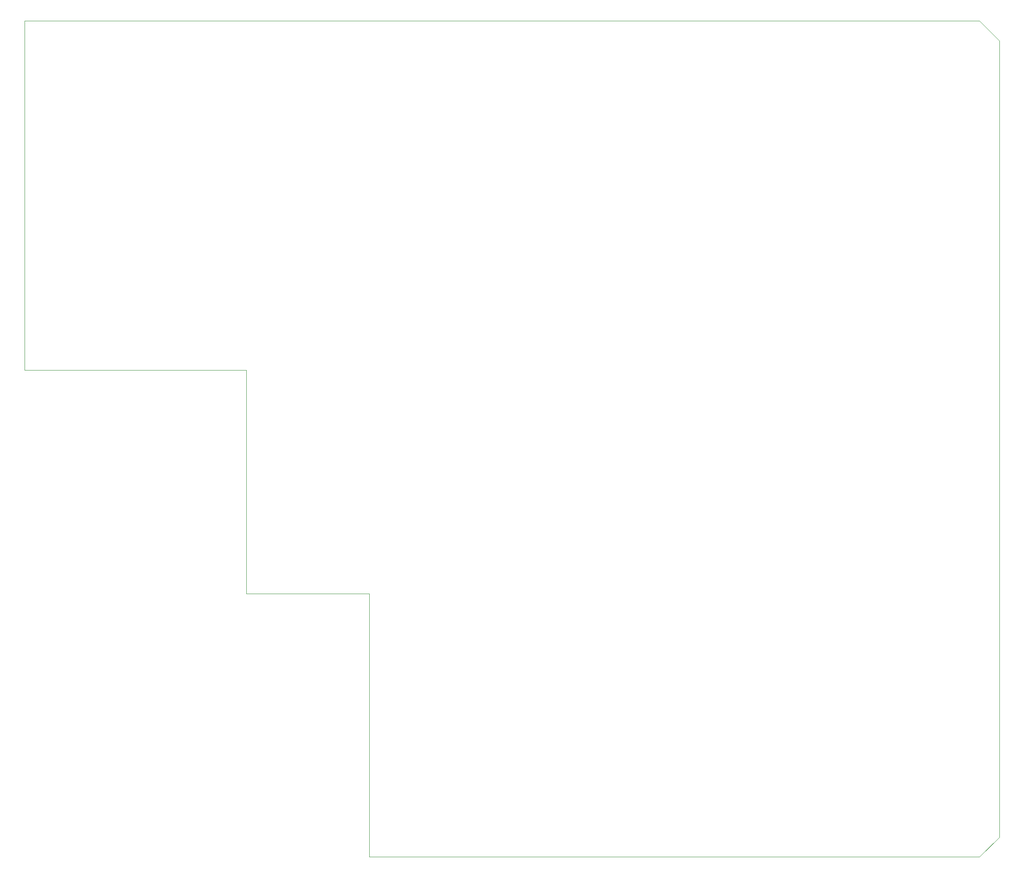
<source format=gm1>
G04*
G04 #@! TF.GenerationSoftware,Altium Limited,Altium Designer,21.9.2 (33)*
G04*
G04 Layer_Color=16711935*
%FSLAX44Y44*%
%MOMM*%
G71*
G04*
G04 #@! TF.SameCoordinates,F3885508-5BA4-4F46-A5D4-ABF0D579B2B6*
G04*
G04*
G04 #@! TF.FilePolarity,Positive*
G04*
G01*
G75*
%ADD74C,0.1000*%
D74*
X0Y1700000D02*
X1940000D01*
X1980000Y1660000D01*
Y40000D02*
Y1660000D01*
X1940000Y0D02*
X1980000Y40000D01*
X700000Y0D02*
X1940000D01*
X700000D02*
Y535000D01*
X450000D02*
X700000D01*
X450000D02*
Y990000D01*
X0D02*
X450000D01*
X0D02*
Y1700000D01*
M02*

</source>
